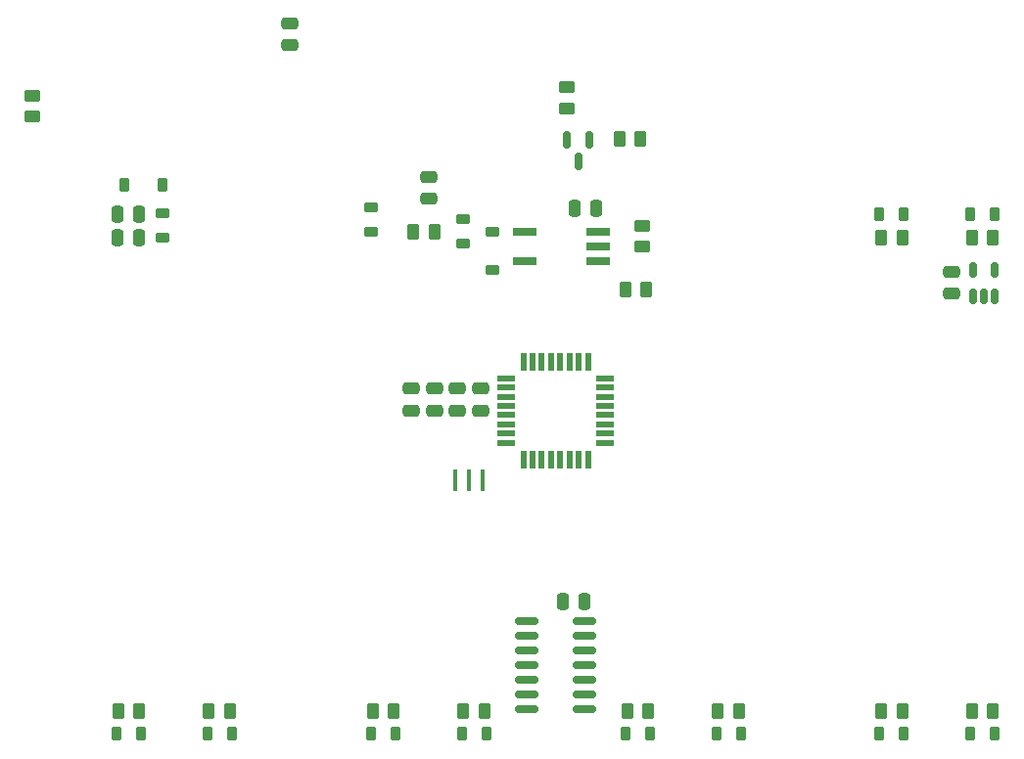
<source format=gbr>
%TF.GenerationSoftware,KiCad,Pcbnew,7.0.1*%
%TF.CreationDate,2023-12-17T22:31:34-05:00*%
%TF.ProjectId,channel_splitter,6368616e-6e65-46c5-9f73-706c69747465,rev?*%
%TF.SameCoordinates,Original*%
%TF.FileFunction,Paste,Top*%
%TF.FilePolarity,Positive*%
%FSLAX46Y46*%
G04 Gerber Fmt 4.6, Leading zero omitted, Abs format (unit mm)*
G04 Created by KiCad (PCBNEW 7.0.1) date 2023-12-17 22:31:34*
%MOMM*%
%LPD*%
G01*
G04 APERTURE LIST*
G04 Aperture macros list*
%AMRoundRect*
0 Rectangle with rounded corners*
0 $1 Rounding radius*
0 $2 $3 $4 $5 $6 $7 $8 $9 X,Y pos of 4 corners*
0 Add a 4 corners polygon primitive as box body*
4,1,4,$2,$3,$4,$5,$6,$7,$8,$9,$2,$3,0*
0 Add four circle primitives for the rounded corners*
1,1,$1+$1,$2,$3*
1,1,$1+$1,$4,$5*
1,1,$1+$1,$6,$7*
1,1,$1+$1,$8,$9*
0 Add four rect primitives between the rounded corners*
20,1,$1+$1,$2,$3,$4,$5,0*
20,1,$1+$1,$4,$5,$6,$7,0*
20,1,$1+$1,$6,$7,$8,$9,0*
20,1,$1+$1,$8,$9,$2,$3,0*%
G04 Aperture macros list end*
%ADD10R,0.400000X1.900000*%
%ADD11RoundRect,0.250000X0.475000X-0.250000X0.475000X0.250000X-0.475000X0.250000X-0.475000X-0.250000X0*%
%ADD12RoundRect,0.250000X0.250000X0.475000X-0.250000X0.475000X-0.250000X-0.475000X0.250000X-0.475000X0*%
%ADD13RoundRect,0.250000X-0.475000X0.250000X-0.475000X-0.250000X0.475000X-0.250000X0.475000X0.250000X0*%
%ADD14RoundRect,0.218750X-0.381250X0.218750X-0.381250X-0.218750X0.381250X-0.218750X0.381250X0.218750X0*%
%ADD15RoundRect,0.250000X0.262500X0.450000X-0.262500X0.450000X-0.262500X-0.450000X0.262500X-0.450000X0*%
%ADD16RoundRect,0.218750X0.218750X0.381250X-0.218750X0.381250X-0.218750X-0.381250X0.218750X-0.381250X0*%
%ADD17RoundRect,0.250000X-0.250000X-0.475000X0.250000X-0.475000X0.250000X0.475000X-0.250000X0.475000X0*%
%ADD18R,2.000000X0.640000*%
%ADD19RoundRect,0.250000X0.450000X-0.262500X0.450000X0.262500X-0.450000X0.262500X-0.450000X-0.262500X0*%
%ADD20RoundRect,0.225000X0.225000X0.375000X-0.225000X0.375000X-0.225000X-0.375000X0.225000X-0.375000X0*%
%ADD21RoundRect,0.150000X0.150000X-0.512500X0.150000X0.512500X-0.150000X0.512500X-0.150000X-0.512500X0*%
%ADD22RoundRect,0.250000X-0.262500X-0.450000X0.262500X-0.450000X0.262500X0.450000X-0.262500X0.450000X0*%
%ADD23R,1.600000X0.550000*%
%ADD24R,0.550000X1.600000*%
%ADD25RoundRect,0.150000X-0.150000X0.587500X-0.150000X-0.587500X0.150000X-0.587500X0.150000X0.587500X0*%
%ADD26RoundRect,0.218750X-0.218750X-0.381250X0.218750X-0.381250X0.218750X0.381250X-0.218750X0.381250X0*%
%ADD27RoundRect,0.225000X-0.375000X0.225000X-0.375000X-0.225000X0.375000X-0.225000X0.375000X0.225000X0*%
%ADD28RoundRect,0.150000X-0.825000X-0.150000X0.825000X-0.150000X0.825000X0.150000X-0.825000X0.150000X0*%
%ADD29RoundRect,0.250000X-0.450000X0.262500X-0.450000X-0.262500X0.450000X-0.262500X0.450000X0.262500X0*%
G04 APERTURE END LIST*
D10*
%TO.C,Y1*%
X91300000Y-111000000D03*
X92500000Y-111000000D03*
X93700000Y-111000000D03*
%TD*%
D11*
%TO.C,C11*%
X134250000Y-94900000D03*
X134250000Y-93000000D03*
%TD*%
D12*
%TO.C,C10*%
X102500000Y-121500000D03*
X100600000Y-121500000D03*
%TD*%
%TO.C,C9*%
X101600000Y-87500000D03*
X103500000Y-87500000D03*
%TD*%
D13*
%TO.C,C8*%
X89000000Y-84750000D03*
X89000000Y-86650000D03*
%TD*%
%TO.C,C7*%
X77000000Y-71500000D03*
X77000000Y-73400000D03*
%TD*%
%TO.C,C4*%
X91500000Y-105000000D03*
X91500000Y-103100000D03*
%TD*%
%TO.C,C3*%
X93500000Y-103100000D03*
X93500000Y-105000000D03*
%TD*%
D14*
%TO.C,FB3*%
X92000000Y-88437500D03*
X92000000Y-90562500D03*
%TD*%
D15*
%TO.C,R8*%
X93825000Y-131000000D03*
X92000000Y-131000000D03*
%TD*%
D16*
%TO.C,FB11*%
X138000000Y-133000000D03*
X135875000Y-133000000D03*
%TD*%
D17*
%TO.C,C2*%
X62100000Y-90000000D03*
X64000000Y-90000000D03*
%TD*%
D18*
%TO.C,U2*%
X97350000Y-89500000D03*
X97350000Y-92040000D03*
X103650000Y-92040000D03*
X103650000Y-90770000D03*
X103650000Y-89500000D03*
%TD*%
D19*
%TO.C,R1*%
X54750000Y-79575000D03*
X54750000Y-77750000D03*
%TD*%
D20*
%TO.C,D1*%
X66000000Y-85500000D03*
X62700000Y-85500000D03*
%TD*%
D14*
%TO.C,FB2*%
X84000000Y-87375000D03*
X84000000Y-89500000D03*
%TD*%
D21*
%TO.C,U4*%
X136100000Y-92862500D03*
X138000000Y-92862500D03*
X138000000Y-95137500D03*
X137050000Y-95137500D03*
X136100000Y-95137500D03*
%TD*%
D15*
%TO.C,R15*%
X107325000Y-81500000D03*
X105500000Y-81500000D03*
%TD*%
D13*
%TO.C,C5*%
X89500000Y-103100000D03*
X89500000Y-105000000D03*
%TD*%
D15*
%TO.C,R7*%
X86000000Y-131000000D03*
X84175000Y-131000000D03*
%TD*%
D16*
%TO.C,FB6*%
X86125000Y-133000000D03*
X84000000Y-133000000D03*
%TD*%
D17*
%TO.C,C1*%
X62100000Y-88000000D03*
X64000000Y-88000000D03*
%TD*%
D22*
%TO.C,R13*%
X136000000Y-90000000D03*
X137825000Y-90000000D03*
%TD*%
D15*
%TO.C,R10*%
X115825000Y-131000000D03*
X114000000Y-131000000D03*
%TD*%
D14*
%TO.C,FB1*%
X66000000Y-87937500D03*
X66000000Y-90062500D03*
%TD*%
D23*
%TO.C,U1*%
X95750000Y-102200000D03*
X95750000Y-103000000D03*
X95750000Y-103800000D03*
X95750000Y-104600000D03*
X95750000Y-105400000D03*
X95750000Y-106200000D03*
X95750000Y-107000000D03*
X95750000Y-107800000D03*
D24*
X97200000Y-109250000D03*
X98000000Y-109250000D03*
X98800000Y-109250000D03*
X99600000Y-109250000D03*
X100400000Y-109250000D03*
X101200000Y-109250000D03*
X102000000Y-109250000D03*
X102800000Y-109250000D03*
D23*
X104250000Y-107800000D03*
X104250000Y-107000000D03*
X104250000Y-106200000D03*
X104250000Y-105400000D03*
X104250000Y-104600000D03*
X104250000Y-103800000D03*
X104250000Y-103000000D03*
X104250000Y-102200000D03*
D24*
X102800000Y-100750000D03*
X102000000Y-100750000D03*
X101200000Y-100750000D03*
X100400000Y-100750000D03*
X99600000Y-100750000D03*
X98800000Y-100750000D03*
X98000000Y-100750000D03*
X97200000Y-100750000D03*
%TD*%
D15*
%TO.C,R6*%
X71825000Y-131000000D03*
X70000000Y-131000000D03*
%TD*%
D13*
%TO.C,C6*%
X87500000Y-103100000D03*
X87500000Y-105000000D03*
%TD*%
D15*
%TO.C,R5*%
X64000000Y-131000000D03*
X62175000Y-131000000D03*
%TD*%
%TO.C,R12*%
X137825000Y-131000000D03*
X136000000Y-131000000D03*
%TD*%
%TO.C,R9*%
X108000000Y-131000000D03*
X106175000Y-131000000D03*
%TD*%
D25*
%TO.C,Q1*%
X102900000Y-81562500D03*
X101000000Y-81562500D03*
X101950000Y-83437500D03*
%TD*%
D15*
%TO.C,R2*%
X107825000Y-94500000D03*
X106000000Y-94500000D03*
%TD*%
D16*
%TO.C,FB7*%
X94000000Y-133000000D03*
X91875000Y-133000000D03*
%TD*%
%TO.C,FB8*%
X108125000Y-133000000D03*
X106000000Y-133000000D03*
%TD*%
D15*
%TO.C,R11*%
X130000000Y-131000000D03*
X128175000Y-131000000D03*
%TD*%
D26*
%TO.C,FB12*%
X135875000Y-88000000D03*
X138000000Y-88000000D03*
%TD*%
D16*
%TO.C,FB10*%
X130125000Y-133000000D03*
X128000000Y-133000000D03*
%TD*%
%TO.C,FB9*%
X116000000Y-133000000D03*
X113875000Y-133000000D03*
%TD*%
D27*
%TO.C,D3*%
X94500000Y-89500000D03*
X94500000Y-92800000D03*
%TD*%
D16*
%TO.C,FB5*%
X72000000Y-133000000D03*
X69875000Y-133000000D03*
%TD*%
D28*
%TO.C,U3*%
X97525000Y-123190000D03*
X97525000Y-124460000D03*
X97525000Y-125730000D03*
X97525000Y-127000000D03*
X97525000Y-128270000D03*
X97525000Y-129540000D03*
X97525000Y-130810000D03*
X102475000Y-130810000D03*
X102475000Y-129540000D03*
X102475000Y-128270000D03*
X102475000Y-127000000D03*
X102475000Y-125730000D03*
X102475000Y-124460000D03*
X102475000Y-123190000D03*
%TD*%
D15*
%TO.C,R3*%
X89500000Y-89500000D03*
X87675000Y-89500000D03*
%TD*%
D19*
%TO.C,R16*%
X101000000Y-78825000D03*
X101000000Y-77000000D03*
%TD*%
D26*
%TO.C,FB13*%
X128000000Y-88000000D03*
X130125000Y-88000000D03*
%TD*%
D16*
%TO.C,FB4*%
X64125000Y-133000000D03*
X62000000Y-133000000D03*
%TD*%
D22*
%TO.C,R14*%
X128175000Y-90000000D03*
X130000000Y-90000000D03*
%TD*%
D29*
%TO.C,R4*%
X107500000Y-88980000D03*
X107500000Y-90805000D03*
%TD*%
M02*

</source>
